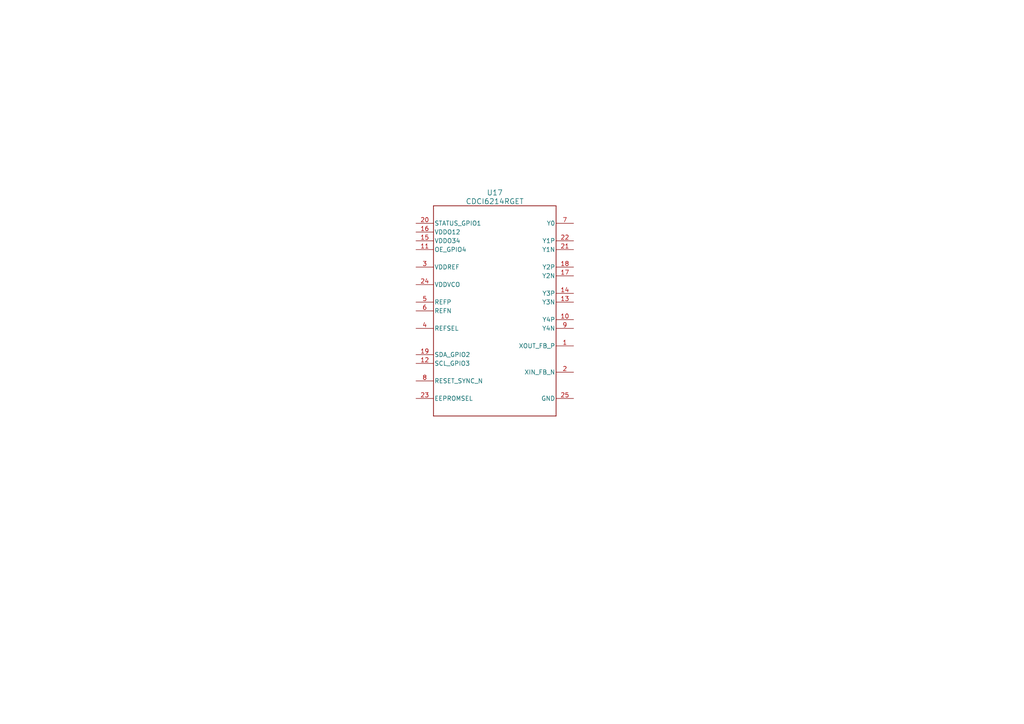
<source format=kicad_sch>
(kicad_sch (version 20230121) (generator eeschema)
  (paper "A4")
  (lib_symbols
    (symbol "CDCI6214RGET:CDCI6214RGET" (pin_names (offset 0.254))
      (property "Reference" "U" (at 0 2.54 0))
      (property "Value" "CDCI6214RGET" (at 0 0 0))
      (symbol "CDCI6214RGET_0_1"
        (polyline (pts (xy -17.78 -30.48) (xy 17.78 -30.48)) (stroke (width 0.2032)))
        (polyline (pts (xy -17.78 30.48) (xy -17.78 -30.48)) (stroke (width 0.2032)))
        (polyline (pts (xy 17.78 -30.48) (xy 17.78 30.48)) (stroke (width 0.2032)))
        (polyline (pts (xy 17.78 30.48) (xy -17.78 30.48)) (stroke (width 0.2032)))
        (pin unspecified line (at 22.86 -10.16 180) (length 5.08) (name "XOUT_FB_P") (number "1"))
        (pin output line (at 22.86 -2.54 180) (length 5.08) (name "Y4P") (number "10"))
        (pin bidirectional line (at -22.86 17.78 0) (length 5.08) (name "OE_GPIO4") (number "11"))
        (pin bidirectional line (at -22.86 -15.24 0) (length 5.08) (name "SCL_GPIO3") (number "12"))
        (pin output line (at 22.86 2.54 180) (length 5.08) (name "Y3N") (number "13"))
        (pin output line (at 22.86 5.08 180) (length 5.08) (name "Y3P") (number "14"))
        (pin power_in line (at -22.86 20.32 0) (length 5.08) (name "VDDO34") (number "15"))
        (pin power_in line (at -22.86 22.86 0) (length 5.08) (name "VDDO12") (number "16"))
        (pin output line (at 22.86 10.16 180) (length 5.08) (name "Y2N") (number "17"))
        (pin output line (at 22.86 12.7 180) (length 5.08) (name "Y2P") (number "18"))
        (pin bidirectional line (at -22.86 -12.7 0) (length 5.08) (name "SDA_GPIO2") (number "19"))
        (pin unspecified line (at 22.86 -17.78 180) (length 5.08) (name "XIN_FB_N") (number "2"))
        (pin bidirectional line (at -22.86 25.4 0) (length 5.08) (name "STATUS_GPIO1") (number "20"))
        (pin output line (at 22.86 17.78 180) (length 5.08) (name "Y1N") (number "21"))
        (pin output line (at 22.86 20.32 180) (length 5.08) (name "Y1P") (number "22"))
        (pin input line (at -22.86 -25.4 0) (length 5.08) (name "EEPROMSEL") (number "23"))
        (pin power_in line (at -22.86 7.62 0) (length 5.08) (name "VDDVCO") (number "24"))
        (pin power_in line (at 22.86 -25.4 180) (length 5.08) (name "GND") (number "25"))
        (pin power_in line (at -22.86 12.7 0) (length 5.08) (name "VDDREF") (number "3"))
        (pin input line (at -22.86 -5.08 0) (length 5.08) (name "REFSEL") (number "4"))
        (pin input line (at -22.86 2.54 0) (length 5.08) (name "REFP") (number "5"))
        (pin input line (at -22.86 0 0) (length 5.08) (name "REFN") (number "6"))
        (pin output line (at 22.86 25.4 180) (length 5.08) (name "Y0") (number "7"))
        (pin input line (at -22.86 -20.32 0) (length 5.08) (name "RESET_SYNC_N") (number "8"))
        (pin output line (at 22.86 -5.08 180) (length 5.08) (name "Y4N") (number "9"))
      )
    )
  )
  (symbol (lib_id "CDCI6214RGET:CDCI6214RGET") (at 143.51 90.17 0) (unit 1)
    (property "Reference" "U17" (at 143.51 55.88 0) (effects (font (size 1.524 1.524))))
    (property "Value" "CDCI6214RGET" (at 143.51 58.42 0) (effects (font (size 1.524 1.524))))
    (property "Footprint" "lib:CDCI6214RGET_NV" (effects hide))
    (property "Datasheet" "CDCI6214RGET" (effects hide))
  )
)
</source>
